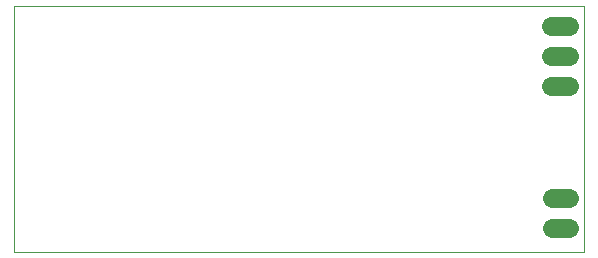
<source format=gbs>
G75*
G70*
%OFA0B0*%
%FSLAX24Y24*%
%IPPOS*%
%LPD*%
%AMOC8*
5,1,8,0,0,1.08239X$1,22.5*
%
%ADD10C,0.0000*%
%ADD11C,0.0634*%
D10*
X001043Y000625D02*
X001043Y008833D01*
X020042Y008833D01*
X020042Y000625D01*
X001043Y000625D01*
D11*
X018953Y001425D02*
X019546Y001425D01*
X019546Y002425D02*
X018953Y002425D01*
X018928Y006150D02*
X019521Y006150D01*
X019521Y007150D02*
X018928Y007150D01*
X018928Y008150D02*
X019521Y008150D01*
M02*

</source>
